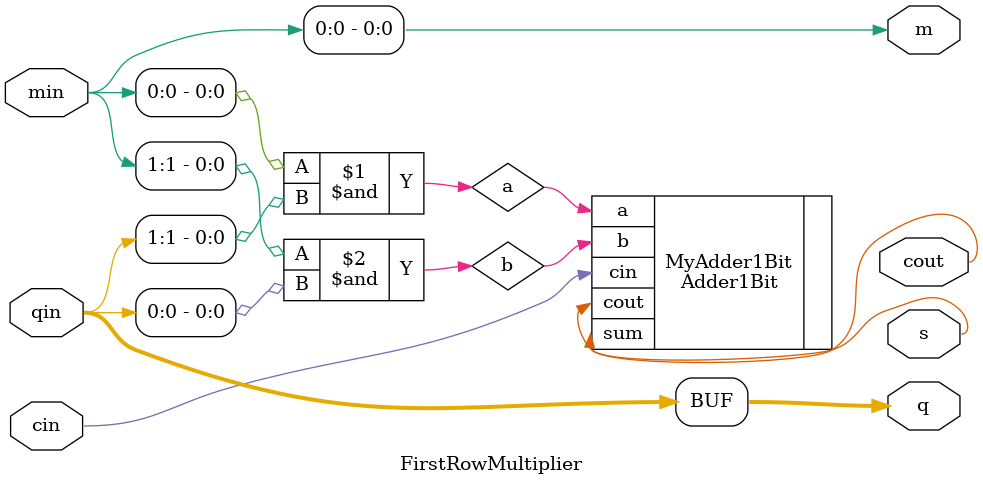
<source format=v>
/*
 * Submodule for First Row of Multiplier
 * ======================
 * By: MorseMeow
 * For:  2-Bit by 3-Bit Multiplier in Gate-Level Verilog HDL
 * Date: May 2020
 
 * Add description here
 * This is a Submodule for First Row of Multiplier 
 */

module FirstRowMultiplier (
    //declare input and output ports
    input  [1:0] min,
    input  [1:0] qin,
    input        cin,
    output       m,
    output [1:0] q,
    output       cout,
    output       s    
);
  
    // Declare several single-bit wires that we can
    // use to interconnect the gates. You can use
    // any name you like as long as it contains only
    // a-z, A-Z, underscore (_), and 0-9. Names can't
    // start with a digit.
    // Instantiate gates to calculate a and b, and do some internal connections.
    buf(m,min[0]);
    buf(q[1],qin[1]);
    buf(q[0],qin[0]);
    
    wire a,b;
    and(a,min[0],qin[1]);
    and(b,min[1],qin[0]);

//instantiates 1-Bit full adder instance
Adder1Bit MyAdder1Bit (
    .a(a),
    .b(b),
    .cin(cin),
    .cout(cout),
    .sum(s)
);

endmodule 

</source>
